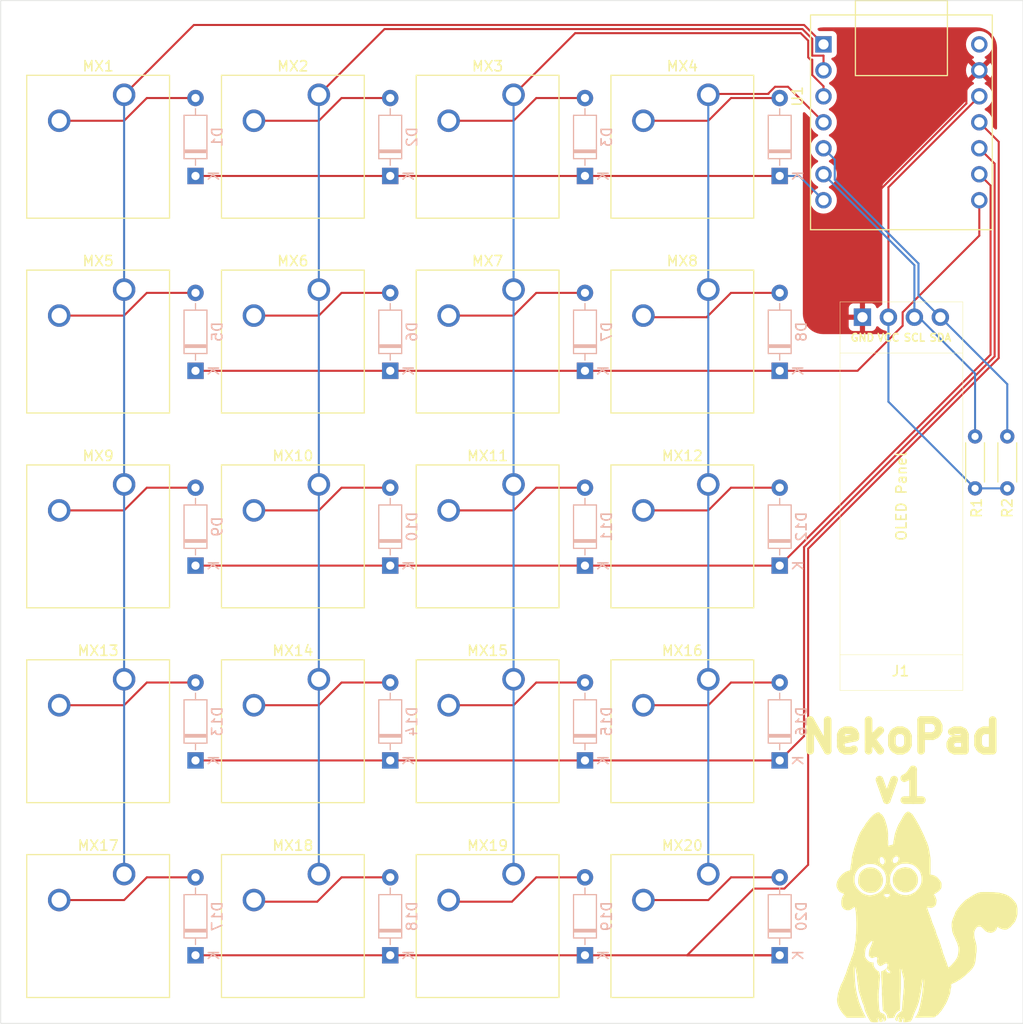
<source format=kicad_pcb>
(kicad_pcb (version 20240108) (generator "pcbnew") (generator_version "8.0")
  (layers (0 "F.Cu" jumper) (31 "B.Cu" signal) (34 "B.Paste" user) (35 "F.Paste" user) (36 "B.SilkS" user "B.Silkscreen") (37 "F.SilkS" user "F.Silkscreen") (38 "B.Mask" user) (39 "F.Mask" user) (44 "Edge.Cuts" user))
  (net 0 "")
  (net 1 "Net-(D1-A)")
  (net 2 "R0")
  (net 3 "Net-(D2-A)")
  (net 4 "Net-(D3-A)")
  (net 5 "Net-(D4-A)")
  (net 6 "R1")
  (net 7 "Net-(D5-A)")
  (net 8 "Net-(D6-A)")
  (net 9 "Net-(D7-A)")
  (net 10 "Net-(D8-A)")
  (net 11 "Net-(D9-A)")
  (net 12 "R2")
  (net 13 "Net-(D10-A)")
  (net 14 "Net-(D11-A)")
  (net 15 "Net-(D12-A)")
  (net 16 "R3")
  (net 17 "Net-(D13-A)")
  (net 18 "Net-(D14-A)")
  (net 19 "Net-(D15-A)")
  (net 20 "Net-(D16-A)")
  (net 21 "Net-(D17-A)")
  (net 22 "R4")
  (net 23 "Net-(D18-A)")
  (net 24 "Net-(D19-A)")
  (net 25 "Net-(D20-A)")
  (net 26 "C0")
  (net 27 "C1")
  (net 28 "C2")
  (net 29 "C3")
  (net 30 "SCL")
  (net 31 "SDA")
  (net 32 "+3V3")
  (net 33 "GND")
  (net 34 "unconnected-(U1-5V-Pad14)")
  (footprint "Button_Switch_Keyboard:SW_Cherry_MX_1.00u_PCB" (layer "F.Cu") (at 159.7025 118.745)
    (property "Reference" "MX15" (at -2.54 -2.794 0) (layer "F.SilkS"))
    (property "Value" "MX_SW_solder")
    (pad "" np_thru_hole circle (at -7.62 5.08) (size 1.7 1.7) (drill 1.7) (layers "*.Cu" "*.Mask"))
    (pad "" np_thru_hole circle (at -2.54 5.08) (size 4 4) (drill 4) (layers "*.Cu" "*.Mask"))
    (pad "" np_thru_hole circle (at 2.54 5.08) (size 1.7 1.7) (drill 1.7) (layers "*.Cu" "*.Mask"))
    (pad "1" thru_hole circle (at 0 0) (size 2.2 2.2) (drill 1.5) (layers "*.Cu" "*.Mask") (net 28 "C2"))
    (pad "2" thru_hole circle (at -6.35 2.54) (size 2.2 2.2) (drill 1.5) (layers "*.Cu" "*.Mask") (net 19 "Net-(D15-A)"))
  )
  (footprint "Button_Switch_Keyboard:SW_Cherry_MX_1.00u_PCB" (layer "F.Cu") (at 121.6025 80.645)
    (property "Reference" "MX5" (at -2.54 -2.794 0) (layer "F.SilkS"))
    (property "Value" "MX_SW_solder")
    (pad "" np_thru_hole circle (at -7.62 5.08) (size 1.7 1.7) (drill 1.7) (layers "*.Cu" "*.Mask"))
    (pad "" np_thru_hole circle (at -2.54 5.08) (size 4 4) (drill 4) (layers "*.Cu" "*.Mask"))
    (pad "" np_thru_hole circle (at 2.54 5.08) (size 1.7 1.7) (drill 1.7) (layers "*.Cu" "*.Mask"))
    (pad "1" thru_hole circle (at 0 0) (size 2.2 2.2) (drill 1.5) (layers "*.Cu" "*.Mask") (net 26 "C0"))
    (pad "2" thru_hole circle (at -6.35 2.54) (size 2.2 2.2) (drill 1.5) (layers "*.Cu" "*.Mask") (net 7 "Net-(D5-A)"))
  )
  (footprint "Button_Switch_Keyboard:SW_Cherry_MX_1.00u_PCB" (layer "F.Cu") (at 140.6525 137.795)
    (property "Reference" "MX18" (at -2.54 -2.794 0) (layer "F.SilkS"))
    (property "Value" "MX_SW_solder")
    (pad "" np_thru_hole circle (at -7.62 5.08) (size 1.7 1.7) (drill 1.7) (layers "*.Cu" "*.Mask"))
    (pad "" np_thru_hole circle (at -2.54 5.08) (size 4 4) (drill 4) (layers "*.Cu" "*.Mask"))
    (pad "" np_thru_hole circle (at 2.54 5.08) (size 1.7 1.7) (drill 1.7) (layers "*.Cu" "*.Mask"))
    (pad "1" thru_hole circle (at 0 0) (size 2.2 2.2) (drill 1.5) (layers "*.Cu" "*.Mask") (net 27 "C1"))
    (pad "2" thru_hole circle (at -6.35 2.54) (size 2.2 2.2) (drill 1.5) (layers "*.Cu" "*.Mask") (net 23 "Net-(D18-A)"))
  )
  (footprint "Button_Switch_Keyboard:SW_Cherry_MX_1.00u_PCB" (layer "F.Cu") (at 178.7525 137.795)
    (property "Reference" "MX20" (at -2.54 -2.794 0) (layer "F.SilkS"))
    (property "Value" "MX_SW_solder")
    (pad "" np_thru_hole circle (at -7.62 5.08) (size 1.7 1.7) (drill 1.7) (layers "*.Cu" "*.Mask"))
    (pad "" np_thru_hole circle (at -2.54 5.08) (size 4 4) (drill 4) (layers "*.Cu" "*.Mask"))
    (pad "" np_thru_hole circle (at 2.54 5.08) (size 1.7 1.7) (drill 1.7) (layers "*.Cu" "*.Mask"))
    (pad "1" thru_hole circle (at 0 0) (size 2.2 2.2) (drill 1.5) (layers "*.Cu" "*.Mask") (net 29 "C3"))
    (pad "2" thru_hole circle (at -6.35 2.54) (size 2.2 2.2) (drill 1.5) (layers "*.Cu" "*.Mask") (net 25 "Net-(D20-A)"))
  )
  (footprint "Button_Switch_Keyboard:SW_Cherry_MX_1.00u_PCB" (layer "F.Cu") (at 140.6525 118.745)
    (property "Reference" "MX14" (at -2.54 -2.794 0) (layer "F.SilkS"))
    (property "Value" "MX_SW_solder")
    (pad "" np_thru_hole circle (at -7.62 5.08) (size 1.7 1.7) (drill 1.7) (layers "*.Cu" "*.Mask"))
    (pad "" np_thru_hole circle (at -2.54 5.08) (size 4 4) (drill 4) (layers "*.Cu" "*.Mask"))
    (pad "" np_thru_hole circle (at 2.54 5.08) (size 1.7 1.7) (drill 1.7) (layers "*.Cu" "*.Mask"))
    (pad "1" thru_hole circle (at 0 0) (size 2.2 2.2) (drill 1.5) (layers "*.Cu" "*.Mask") (net 27 "C1"))
    (pad "2" thru_hole circle (at -6.35 2.54) (size 2.2 2.2) (drill 1.5) (layers "*.Cu" "*.Mask") (net 18 "Net-(D14-A)"))
  )
  (footprint "Button_Switch_Keyboard:SW_Cherry_MX_1.00u_PCB" (layer "F.Cu") (at 159.7025 61.595)
    (property "Reference" "MX3" (at -2.54 -2.794 0) (layer "F.SilkS"))
    (property "Value" "MX_SW_solder")
    (pad "" np_thru_hole circle (at -7.62 5.08) (size 1.7 1.7) (drill 1.7) (layers "*.Cu" "*.Mask"))
    (pad "" np_thru_hole circle (at -2.54 5.08) (size 4 4) (drill 4) (layers "*.Cu" "*.Mask"))
    (pad "" np_thru_hole circle (at 2.54 5.08) (size 1.7 1.7) (drill 1.7) (layers "*.Cu" "*.Mask"))
    (pad "1" thru_hole circle (at 0 0) (size 2.2 2.2) (drill 1.5) (layers "*.Cu" "*.Mask") (net 28 "C2"))
    (pad "2" thru_hole circle (at -6.35 2.54) (size 2.2 2.2) (drill 1.5) (layers "*.Cu" "*.Mask") (net 4 "Net-(D3-A)"))
  )
  (footprint "Misc_Custom:var2" (layer "F.Cu") (at 200 142)
    (property "Reference" "G***" (hide yes))
    (property "Value" "LOGO" (hide yes))
  )
  (footprint "Button_Switch_Keyboard:SW_Cherry_MX_1.00u_PCB" (layer "F.Cu") (at 140.6525 61.595)
    (property "Reference" "MX2" (at -2.54 -2.794 0) (layer "F.SilkS"))
    (property "Value" "MX_SW_solder")
    (pad "" np_thru_hole circle (at -7.62 5.08) (size 1.7 1.7) (drill 1.7) (layers "*.Cu" "*.Mask"))
    (pad "" np_thru_hole circle (at -2.54 5.08) (size 4 4) (drill 4) (layers "*.Cu" "*.Mask"))
    (pad "" np_thru_hole circle (at 2.54 5.08) (size 1.7 1.7) (drill 1.7) (layers "*.Cu" "*.Mask"))
    (pad "1" thru_hole circle (at 0 0) (size 2.2 2.2) (drill 1.5) (layers "*.Cu" "*.Mask") (net 27 "C1"))
    (pad "2" thru_hole circle (at -6.35 2.54) (size 2.2 2.2) (drill 1.5) (layers "*.Cu" "*.Mask") (net 3 "Net-(D2-A)"))
  )
  (footprint "Button_Switch_Keyboard:SW_Cherry_MX_1.00u_PCB" (layer "F.Cu") (at 121.6025 118.745)
    (property "Reference" "MX13" (at -2.54 -2.794 0) (layer "F.SilkS"))
    (property "Value" "MX_SW_solder")
    (pad "" np_thru_hole circle (at -7.62 5.08) (size 1.7 1.7) (drill 1.7) (layers "*.Cu" "*.Mask"))
    (pad "" np_thru_hole circle (at -2.54 5.08) (size 4 4) (drill 4) (layers "*.Cu" "*.Mask"))
    (pad "" np_thru_hole circle (at 2.54 5.08) (size 1.7 1.7) (drill 1.7) (layers "*.Cu" "*.Mask"))
    (pad "1" thru_hole circle (at 0 0) (size 2.2 2.2) (drill 1.5) (layers "*.Cu" "*.Mask") (net 26 "C0"))
    (pad "2" thru_hole circle (at -6.35 2.54) (size 2.2 2.2) (drill 1.5) (layers "*.Cu" "*.Mask") (net 17 "Net-(D13-A)"))
  )
  (footprint "Button_Switch_Keyboard:SW_Cherry_MX_1.00u_PCB" (layer "F.Cu") (at 140.6525 80.645)
    (property "Reference" "MX6" (at -2.54 -2.794 0) (layer "F.SilkS"))
    (property "Value" "MX_SW_solder")
    (pad "" np_thru_hole circle (at -7.62 5.08) (size 1.7 1.7) (drill 1.7) (layers "*.Cu" "*.Mask"))
    (pad "" np_thru_hole circle (at -2.54 5.08) (size 4 4) (drill 4) (layers "*.Cu" "*.Mask"))
    (pad "" np_thru_hole circle (at 2.54 5.08) (size 1.7 1.7) (drill 1.7) (layers "*.Cu" "*.Mask"))
    (pad "1" thru_hole circle (at 0 0) (size 2.2 2.2) (drill 1.5) (layers "*.Cu" "*.Mask") (net 27 "C1"))
    (pad "2" thru_hole circle (at -6.35 2.54) (size 2.2 2.2) (drill 1.5) (layers "*.Cu" "*.Mask") (net 8 "Net-(D6-A)"))
  )
  (footprint "Resistor_THT:R_Axial_DIN0204_L3.6mm_D1.6mm_P5.08mm_Horizontal" (layer "F.Cu") (at 204.85 100.08 90)
    (property "Reference" "R1" (at -1.92 0.15 90) (layer "F.SilkS"))
    (property "Value" "4.7kΩ")
    (pad "1" thru_hole circle (at 0 0 90) (size 1.4 1.4) (drill 0.7) (layers "*.Cu" "*.Mask") (net 32 "+3V3"))
    (pad "2" thru_hole oval (at 5.08 0 90) (size 1.4 1.4) (drill 0.7) (layers "*.Cu" "*.Mask") (net 30 "SCL"))
  )
  (footprint "Button_Switch_Keyboard:SW_Cherry_MX_1.00u_PCB" (layer "F.Cu") (at 178.7525 61.595)
    (property "Reference" "MX4" (at -2.54 -2.794 0) (layer "F.SilkS"))
    (property "Value" "MX_SW_solder")
    (pad "" np_thru_hole circle (at -7.62 5.08) (size 1.7 1.7) (drill 1.7) (layers "*.Cu" "*.Mask"))
    (pad "" np_thru_hole circle (at -2.54 5.08) (size 4 4) (drill 4) (layers "*.Cu" "*.Mask"))
    (pad "" np_thru_hole circle (at 2.54 5.08) (size 1.7 1.7) (drill 1.7) (layers "*.Cu" "*.Mask"))
    (pad "1" thru_hole circle (at 0 0) (size 2.2 2.2) (drill 1.5) (layers "*.Cu" "*.Mask") (net 29 "C3"))
    (pad "2" thru_hole circle (at -6.35 2.54) (size 2.2 2.2) (drill 1.5) (layers "*.Cu" "*.Mask") (net 5 "Net-(D4-A)"))
  )
  (footprint "Button_Switch_Keyboard:SW_Cherry_MX_1.00u_PCB" (layer "F.Cu") (at 159.7025 137.795)
    (property "Reference" "MX19" (at -2.54 -2.794 0) (layer "F.SilkS"))
    (property "Value" "MX_SW_solder")
    (pad "" np_thru_hole circle (at -7.62 5.08) (size 1.7 1.7) (drill 1.7) (layers "*.Cu" "*.Mask"))
    (pad "" np_thru_hole circle (at -2.54 5.08) (size 4 4) (drill 4) (layers "*.Cu" "*.Mask"))
    (pad "" np_thru_hole circle (at 2.54 5.08) (size 1.7 1.7) (drill 1.7) (layers "*.Cu" "*.Mask"))
    (pad "1" thru_hole circle (at 0 0) (size 2.2 2.2) (drill 1.5) (layers "*.Cu" "*.Mask") (net 28 "C2"))
    (pad "2" thru_hole circle (at -6.35 2.54) (size 2.2 2.2) (drill 1.5) (layers "*.Cu" "*.Mask") (net 24 "Net-(D19-A)"))
  )
  (footprint "Button_Switch_Keyboard:SW_Cherry_MX_1.00u_PCB" (layer "F.Cu") (at 140.6525 99.695)
    (property "Reference" "MX10" (at -2.54 -2.794 0) (layer "F.SilkS"))
    (property "Value" "MX_SW_solder")
    (pad "" np_thru_hole circle (at -7.62 5.08) (size 1.7 1.7) (drill 1.7) (layers "*.Cu" "*.Mask"))
    (pad "" np_thru_hole circle (at -2.54 5.08) (size 4 4) (drill 4) (layers "*.Cu" "*.Mask"))
    (pad "" np_thru_hole circle (at 2.54 5.08) (size 1.7 1.7) (drill 1.7) (layers "*.Cu" "*.Mask"))
    (pad "1" thru_hole circle (at 0 0) (size 2.2 2.2) (drill 1.5) (layers "*.Cu" "*.Mask") (net 27 "C1"))
    (pad "2" thru_hole circle (at -6.35 2.54) (size 2.2 2.2) (drill 1.5) (layers "*.Cu" "*.Mask") (net 13 "Net-(D10-A)"))
  )
  (footprint "Button_Switch_Keyboard:SW_Cherry_MX_1.00u_PCB" (layer "F.Cu") (at 178.7525 99.695)
    (property "Reference" "MX12" (at -2.54 -2.794 0) (layer "F.SilkS"))
    (property "Value" "MX_SW_solder")
    (pad "" np_thru_hole circle (at -7.62 5.08) (size 1.7 1.7) (drill 1.7) (layers "*.Cu" "*.Mask"))
    (pad "" np_thru_hole circle (at -2.54 5.08) (size 4 4) (drill 4) (layers "*.Cu" "*.Mask"))
    (pad "" np_thru_hole circle (at 2.54 5.08) (size 1.7 1.7) (drill 1.7) (layers "*.Cu" "*.Mask"))
    (pad "1" thru_hole circle (at 0 0) (size 2.2 2.2) (drill 1.5) (layers "*.Cu" "*.Mask") (net 29 "C3"))
    (pad "2" thru_hole circle (at -6.35 2.54) (size 2.2 2.2) (drill 1.5) (layers "*.Cu" "*.Mask") (net 15 "Net-(D12-A)"))
  )
  (footprint "Button_Switch_Keyboard:SW_Cherry_MX_1.00u_PCB" (layer "F.Cu") (at 159.7025 99.695)
    (property "Reference" "MX11" (at -2.54 -2.794 0) (layer "F.SilkS"))
    (property "Value" "MX_SW_solder")
    (pad "" np_thru_hole circle (at -7.62 5.08) (size 1.7 1.7) (drill 1.7) (layers "*.Cu" "*.Mask"))
    (pad "" np_thru_hole circle (at -2.54 5.08) (size 4 4) (drill 4) (layers "*.Cu" "*.Mask"))
    (pad "" np_thru_hole circle (at 2.54 5.08) (size 1.7 1.7) (drill 1.7) (layers "*.Cu" "*.Mask"))
    (pad "1" thru_hole circle (at 0 0) (size 2.2 2.2) (drill 1.5) (layers "*.Cu" "*.Mask") (net 28 "C2"))
    (pad "2" thru_hole circle (at -6.35 2.54) (size 2.2 2.2) (drill 1.5) (layers "*.Cu" "*.Mask") (net 14 "Net-(D11-A)"))
  )
  (footprint "Misc_Custom:SSD1306-0.91-OLED-4pin-128x32" (layer "F.Cu") (at 191.64375 119.84375 90)
    (property "Reference" "J1" (at 1.9 5.91 0) (layer "F.SilkS"))
    (property "Value" "Conn_01x04")
    (fp_text user "SDA" (at 34.5 9.81 0) (layer "F.SilkS") (effects (font (size 0.75 0.75))))
    (fp_text user "OLED Panel" (at 19 6 90) (layer "F.SilkS"))
    (fp_text user "SCL" (at 34.5 7.27 0) (layer "F.SilkS") (effects (font (size 0.75 0.75))))
    (fp_text user "GND" (at 34.5 2.19 0) (layer "F.SilkS") (effects (font (size 0.75 0.75))))
    (fp_text user "VCC" (at 34.5 4.73 0) (layer "F.SilkS") (effects (font (size 0.75 0.75))))
    (pad "1" thru_hole rect (at 36.5 2.19 90) (size 1.7 1.7) (drill 1) (layers "*.Cu" "*.Mask") (net 33 "GND"))
    (pad "2" thru_hole oval (at 36.5 4.73 90) (size 1.7 1.7) (drill 1) (layers "*.Cu" "*.Mask") (net 32 "+3V3"))
    (pad "3" thru_hole oval (at 36.5 7.27 90) (size 1.7 1.7) (drill 1) (layers "*.Cu" "*.Mask") (net 30 "SCL"))
    (pad "4" thru_hole oval (at 36.5 9.81 90) (size 1.7 1.7) (drill 1) (layers "*.Cu" "*.Mask") (net 31 "SDA"))
  )
  (footprint "Resistor_THT:R_Axial_DIN0204_L3.6mm_D1.6mm_P5.08mm_Horizontal" (layer "F.Cu") (at 208 100.08 90)
    (property "Reference" "R2" (at -1.92 0 90) (layer "F.SilkS"))
    (property "Value" "4.7kΩ")
    (pad "1" thru_hole circle (at 0 0 90) (size 1.4 1.4) (drill 0.7) (layers "*.Cu" "*.Mask") (net 32 "+3V3"))
    (pad "2" thru_hole oval (at 5.08 0 90) (size 1.4 1.4) (drill 0.7) (layers "*.Cu" "*.Mask") (net 31 "SDA"))
  )
  (footprint "Button_Switch_Keyboard:SW_Cherry_MX_1.00u_PCB" (layer "F.Cu") (at 178.7525 118.745)
    (property "Reference" "MX16" (at -2.54 -2.794 0) (layer "F.SilkS"))
    (property "Value" "MX_SW_solder")
    (pad "" np_thru_hole circle (at -7.62 5.08) (size 1.7 1.7) (drill 1.7) (layers "*.Cu" "*.Mask"))
    (pad "" np_thru_hole circle (at -2.54 5.08) (size 4 4) (drill 4) (layers "*.Cu" "*.Mask"))
    (pad "" np_thru_hole circle (at 2.54 5.08) (size 1.7 1.7) (drill 1.7) (layers "*.Cu" "*.Mask"))
    (pad "1" thru_hole circle (at 0 0) (size 2.2 2.2) (drill 1.5) (layers "*.Cu" "*.Mask") (net 29 "C3"))
    (pad "2" thru_hole circle (at -6.35 2.54) (size 2.2 2.2) (drill 1.5) (layers "*.Cu" "*.Mask") (net 20 "Net-(D16-A)"))
  )
  (footprint "Button_Switch_Keyboard:SW_Cherry_MX_1.00u_PCB" (layer "F.Cu") (at 159.7025 80.645)
    (property "Reference" "MX7" (at -2.54 -2.794 0) (layer "F.SilkS"))
    (property "Value" "MX_SW_solder")
    (pad "" np_thru_hole circle (at -7.62 5.08) (size 1.7 1.7) (drill 1.7) (layers "*.Cu" "*.Mask"))
    (pad "" np_thru_hole circle (at -2.54 5.08) (size 4 4) (drill 4) (layers "*.Cu" "*.Mask"))
    (pad "" np_thru_hole circle (at 2.54 5.08) (size 1.7 1.7) (drill 1.7) (layers "*.Cu" "*.Mask"))
    (pad "1" thru_hole circle (at 0 0) (size 2.2 2.2) (drill 1.5) (layers "*.Cu" "*.Mask") (net 28 "C2"))
    (pad "2" thru_hole circle (at -6.35 2.54) (size 2.2 2.2) (drill 1.5) (layers "*.Cu" "*.Mask") (net 9 "Net-(D7-A)"))
  )
  (footprint "Button_Switch_Keyboard:SW_Cherry_MX_1.00u_PCB" (layer "F.Cu") (at 121.6025 137.795)
    (property "Reference" "MX17" (at -2.54 -2.794 0) (layer "F.SilkS"))
    (property "Value" "MX_SW_solder")
    (pad "" np_thru_hole circle (at -7.62 5.08) (size 1.7 1.7) (drill 1.7) (layers "*.Cu" "*.Mask"))
    (pad "" np_thru_hole circle (at -2.54 5.08) (size 4 4) (drill 4) (layers "*.Cu" "*.Mask"))
    (pad "" np_thru_hole circle (at 2.54 5.08) (size 1.7 1.7) (drill 1.7) (layers "*.Cu" "*.Mask"))
    (pad "1" thru_hole circle (at 0 0) (size 2.2 2.2) (drill 1.5) (layers "*.Cu" "*.Mask") (net 26 "C0"))
    (pad "2" thru_hole circle (at -6.35 2.54) (size 2.2 2.2) (drill 1.5) (layers "*.Cu" "*.Mask") (net 21 "Net-(D17-A)"))
  )
  (footprint "Button_Switch_Keyboard:SW_Cherry_MX_1.00u_PCB" (layer "F.Cu") (at 178.7525 80.645)
    (property "Reference" "MX8" (at -2.54 -2.794 0) (layer "F.SilkS"))
    (property "Value" "MX_SW_solder")
    (pad "" np_thru_hole circle (at -7.62 5.08) (size 1.7 1.7) (drill 1.7) (layers "*.Cu" "*.Mask"))
    (pad "" np_thru_hole circle (at -2.54 5.08) (size 4 4) (drill 4) (layers "*.Cu" "*.Mask"))
    (pad "" np_thru_hole circle (at 2.54 5.08) (size 1.7 1.7) (drill 1.7) (layers "*.Cu" "*.Mask"))
    (pad "1" thru_hole circle (at 0 0) (size 2.2 2.2) (drill 1.5) (layers "*.Cu" "*.Mask") (net 29 "C3"))
    (pad "2" thru_hole circle (at -6.35 2.54) (size 2.2 2.2) (drill 1.5) (layers "*.Cu" "*.Mask") (net 10 "Net-(D8-A)"))
  )
  (footprint "XIAO_PCB:MOUDLE14P-2.54-21X17.8MM" (layer "F.Cu") (at 197.64375 64.2875 90)
    (property "Reference" "U1" (at 2.54 -10.16 90) (layer "F.SilkS"))
    (property "Value" "MOUDLE-SEEEDUINO-XIAO")
    (pad "1" thru_hole rect (at 7.62 -7.62 90) (size 1.6 1.6) (drill 1) (layers "*.Cu" "*.Mask") (net 26 "C0"))
    (pad "2" thru_hole circle (at 5.08 -7.62 90) (size 1.6 1.6) (drill 1) (layers "*.Cu" "*.Mask") (net 27 "C1"))
    (pad "3" thru_hole circle (at 2.54 -7.62 90) (size 1.6 1.6) (drill 1) (layers "*.Cu" "*.Mask") (net 28 "C2"))
    (pad "4" thru_hole circle (at 0 -7.62 90) (size 1.6 1.6) (drill 1) (layers "*.Cu" "*.Mask") (net 29 "C3"))
    (pad "5" thru_hole circle (at -2.54 -7.62 90) (size 1.6 1.6) (drill 1) (layers "*.Cu" "*.Mask") (net 31 "SDA"))
    (pad "6" thru_hole circle (at -5.08 -7.62 90) (size 1.6 1.6) (drill 1) (layers "*.Cu" "*.Mask") (net 30 "SCL"))
    (pad "7" thru_hole circle (at -7.62 -7.62 90) (size 1.6 1.6) (drill 1) (layers "*.Cu" "*.Mask") (net 2 "R0"))
    (pad "8" thru_hole circle (at -7.62 7.62 90) (size 1.6 1.6) (drill 1) (layers "*.Cu" "*.Mask") (net 6 "R1"))
    (pad "9" thru_hole circle (at -5.08 7.62 90) (size 1.6 1.6) (drill 1) (layers "*.Cu" "*.Mask") (net 12 "R2"))
    (pad "10" thru_hole circle (at -2.54 7.62 90) (size 1.6 1.6) (drill 1) (layers "*.Cu" "*.Mask") (net 16 "R3"))
    (pad "11" thru_hole circle (at 0 7.62 90) (size 1.6 1.6) (drill 1) (layers "*.Cu" "*.Mask") (net 22 "R4"))
    (pad "12" thru_hole circle (at 2.54 7.62 90) (size 1.6 1.6) (drill 1) (layers "*.Cu" "*.Mask") (net 32 "+3V3"))
    (pad "13" thru_hole circle (at 5.08 7.62 90) (size 1.6 1.6) (drill 1) (layers "*.Cu" "*.Mask") (net 33 "GND"))
    (pad "14" thru_hole circle (at 7.62 7.62 90) (size 1.6 1.6) (drill 1) (layers "*.Cu" "*.Mask") (net 34 "unconnected-(U1-5V-Pad14)"))
  )
  (footprint "Button_Switch_Keyboard:SW_Cherry_MX_1.00u_PCB" (layer "F.Cu") (at 121.6025 61.595)
    (property "Reference" "MX1" (at -2.54 -2.794 0) (layer "F.SilkS"))
    (property "Value" "MX_SW_solder")
    (pad "" np_thru_hole circle (at -7.62 5.08) (size 1.7 1.7) (drill 1.7) (layers "*.Cu" "*.Mask"))
    (pad "" np_thru_hole circle (at -2.54 5.08) (size 4 4) (drill 4) (layers "*.Cu" "*.Mask"))
    (pad "" np_thru_hole circle (at 2.54 5.08) (size 1.7 1.7) (drill 1.7) (layers "*.Cu" "*.Mask"))
    (pad "1" thru_hole circle (at 0 0) (size 2.2 2.2) (drill 1.5) (layers "*.Cu" "*.Mask") (net 26 "C0"))
    (pad "2" thru_hole circle (at -6.35 2.54) (size 2.2 2.2) (drill 1.5) (layers "*.Cu" "*.Mask") (net 1 "Net-(D1-A)"))
  )
  (footprint "Button_Switch_Keyboard:SW_Cherry_MX_1.00u_PCB" (layer "F.Cu") (at 121.6025 99.695)
    (property "Reference" "MX9" (at -2.54 -2.794 0) (layer "F.SilkS"))
    (property "Value" "MX_SW_solder")
    (pad "" np_thru_hole circle (at -7.62 5.08) (size 1.7 1.7) (drill 1.7) (layers "*.Cu" "*.Mask"))
    (pad "" np_thru_hole circle (at -2.54 5.08) (size 4 4) (drill 4) (layers "*.Cu" "*.Mask"))
    (pad "" np_thru_hole circle (at 2.54 5.08) (size 1.7 1.7) (drill 1.7) (layers "*.Cu" "*.Mask"))
    (pad "1" thru_hole circle (at 0 0) (size 2.2 2.2) (drill 1.5) (layers "*.Cu" "*.Mask") (net 26 "C0"))
    (pad "2" thru_hole circle (at -6.35 2.54) (size 2.2 2.2) (drill 1.5) (layers "*.Cu" "*.Mask") (net 11 "Net-(D9-A)"))
  )
  (footprint "Diode_THT:D_DO-35_SOD27_P7.62mm_Horizontal" (layer "B.Cu") (at 147.6375 107.6325 90)
    (property "Reference" "D10" (at 3.81 2.12 90) (layer "B.SilkS") (effects (justify mirror)))
    (property "Value" "1N4148")
    (fp_text user "K" (at 0 1.8 90) (layer "B.SilkS") (effects (justify mirror)))
    (pad "1" thru_hole rect (at 0 0 90) (size 1.6 1.6) (drill 0.8) (layers "*.Cu" "*.Mask") (net 12 "R2"))
    (pad "2" thru_hole oval (at 7.62 0 90) (size 1.6 1.6) (drill 0.8) (layers "*.Cu" "*.Mask") (net 13 "Net-(D10-A)"))
  )
  (footprint "Diode_THT:D_DO-35_SOD27_P7.62mm_Horizontal" (layer "B.Cu") (at 128.5875 69.5325 90)
    (property "Reference" "D1" (at 3.81 2.12 90) (layer "B.SilkS") (effects (justify mirror)))
    (property "Value" "1N4148")
    (fp_text user "K" (at 0 1.8 90) (layer "B.SilkS") (effects (justify mirror)))
    (pad "1" thru_hole rect (at 0 0 90) (size 1.6 1.6) (drill 0.8) (layers "*.Cu" "*.Mask") (net 2 "R0"))
    (pad "2" thru_hole oval (at 7.62 0 90) (size 1.6 1.6) (drill 0.8) (layers "*.Cu" "*.Mask") (net 1 "Net-(D1-A)"))
  )
  (footprint "Diode_THT:D_DO-35_SOD27_P7.62mm_Horizontal" (layer "B.Cu") (at 166.6875 145.7325 90)
    (property "Reference" "D19" (at 3.81 2.12 90) (layer "B.SilkS") (effects (justify mirror)))
    (property "Value" "1N4148")
    (fp_text user "K" (at 0 1.8 90) (layer "B.SilkS") (effects (justify mirror)))
    (pad "1" thru_hole rect (at 0 0 90) (size 1.6 1.6) (drill 0.8) (layers "*.Cu" "*.Mask") (net 22 "R4"))
    (pad "2" thru_hole oval (at 7.62 0 90) (size 1.6 1.6) (drill 0.8) (layers "*.Cu" "*.Mask") (net 24 "Net-(D19-A)"))
  )
  (footprint "Diode_THT:D_DO-35_SOD27_P7.62mm_Horizontal" (layer "B.Cu") (at 128.5875 126.6825 90)
    (property "Reference" "D13" (at 3.81 2.12 90) (layer "B.SilkS") (effects (justify mirror)))
    (property "Value" "1N4148")
    (fp_text user "K" (at 0 1.8 90) (layer "B.SilkS") (effects (justify mirror)))
    (pad "1" thru_hole rect (at 0 0 90) (size 1.6 1.6) (drill 0.8) (layers "*.Cu" "*.Mask") (net 16 "R3"))
    (pad "2" thru_hole oval (at 7.62 0 90) (size 1.6 1.6) (drill 0.8) (layers "*.Cu" "*.Mask") (net 17 "Net-(D13-A)"))
  )
  (footprint "Diode_THT:D_DO-35_SOD27_P7.62mm_Horizontal" (layer "B.Cu") (at 147.6375 145.7325 90)
    (property "Reference" "D18" (at 3.81 2.12 90) (layer "B.SilkS") (effects (justify mirror)))
    (property "Value" "1N4148")
    (fp_text user "K" (at 0 1.8 90) (layer "B.SilkS") (effects (justify mirror)))
    (pad "1" thru_hole rect (at 0 0 90) (size 1.6 1.6) (drill 0.8) (layers "*.Cu" "*.Mask") (net 22 "R4"))
    (pad "2" thru_hole oval (at 7.62 0 90) (size 1.6 1.6) (drill 0.8) (layers "*.Cu" "*.Mask") (net 23 "Net-(D18-A)"))
  )
  (footprint "Diode_THT:D_DO-35_SOD27_P7.62mm_Horizontal" (layer "B.Cu") (at 147.6375 69.5325 90)
    (property "Reference" "D2" (at 3.81 2.12 90) (layer "B.SilkS") (effects (justify mirror)))
    (property "Value" "1N4148")
    (fp_text user "K" (at 0 1.8 90) (layer "B.SilkS") (effects (justify mirror)))
    (pad "1" thru_hole rect (at 0 0 90) (size 1.6 1.6) (drill 0.8) (layers "*.Cu" "*.Mask") (net 2 "R0"))
    (pad "2" thru_hole oval (at 7.62 0 90) (size 1.6 1.6) (drill 0.8) (layers "*.Cu" "*.Mask") (net 3 "Net-(D2-A)"))
  )
  (footprint "Diode_THT:D_DO-35_SOD27_P7.62mm_Horizontal" (layer "B.Cu") (at 166.6875 107.6325 90)
    (property "Reference" "D11" (at 3.81 2.12 90) (layer "B.SilkS") (effects (justify mirror)))
    (property "Value" "1N4148" (hide yes))
    (fp_text user "K" (at 0 1.8 90) (layer "B.SilkS") (effects (justify mirror)))
    (pad "1" thru_hole rect (at 0 0 90) (size 1.6 1.6) (drill 0.8) (layers "*.Cu" "*.Mask") (net 12 "R2"))
    (pad "2" thru_hole oval (at 7.62 0 90) (size 1.6 1.6) (drill 0.8) (layers "*.Cu" "*.Mask") (net 14 "Net-(D11-A)"))
  )
  (footprint "Diode_THT:D_DO-35_SOD27_P7.62mm_Horizontal" (layer "B.Cu") (at 166.6875 69.5325 90)
    (property "Reference" "D3" (at 3.81 2.12 90) (layer "B.SilkS") (effects (justify mirror)))
    (property "Value" "1N4148")
    (fp_text user "K" (at 0 1.8 90) (layer "B.SilkS") (effects (justify mirror)))
    (pad "1" thru_hole rect (at 0 0 90) (size 1.6 1.6) (drill 0.8) (layers "*.Cu" "*.Mask") (net 2 "R0"))
    (pad "2" thru_hole oval (at 7.62 0 90) (size 1.6 1.6) (drill 0.8) (layers "*.Cu" "*.Mask") (net 4 "Net-(D3-A)"))
  )
  (footprint "Diode_THT:D_DO-35_SOD27_P7.62mm_Horizontal" (layer "B.Cu") (at 128.5875 145.7325 90)
    (property "Reference" "D17" (at 3.81 2.12 90) (layer "B.SilkS") (effects (justify mirror)))
    (property "Value" "1N4148")
    (fp_text user "K" (at 0 1.8 90) (layer "B.SilkS") (effects (justify mirror)))
    (pad "1" thru_hole rect (at 0 0 90) (size 1.6 1.6) (drill 0.8) (layers "*.Cu" "*.Mask") (net 22 "R4"))
    (pad "2" thru_hole oval (at 7.62 0 90) (size 1.6 1.6) (drill 0.8) (layers "*.Cu" "*.Mask") (net 21 "Net-(D17-A)"))
  )
  (footprint "Diode_THT:D_DO-35_SOD27_P7.62mm_Horizontal" (layer "B.Cu") (at 185.7375 126.6825 90)
    (property "Reference" "D16" (at 3.81 2.12 90) (layer "B.SilkS") (effects (justify mirror)))
    (property "Value" "1N4148")
    (fp_text user "K" (at 0 1.8 90) (layer "B.SilkS") (effects (justify mirror)))
    (pad "1" thru_hole rect (at 0 0 90) (size 1.6 1.6) (drill 0.8) (layers "*.Cu" "*.Mask") (net 16 "R3"))
    (pad "2" thru_hole oval (at 7.62 0 90) (size 1.6 1.6) (drill 0.8) (layers "*.Cu" "*.Mask") (net 20 "Net-(D16-A)"))
  )
  (footprint "Diode_THT:D_DO-35_SOD27_P7.62mm_Horizontal" (layer "B.Cu") (at 128.5875 107.6325 90)
    (property "Reference" "D9" (at 3.81 2.12 90) (layer "B.SilkS") (effects (justify mirror)))
    (property "Value" "1N4148")
    (fp_text user "K" (at 0 1.8 90) (layer "B.SilkS") (effects (justify mirror)))
    (pad "1" thru_hole rect (at 0 0 90) (size 1.6 1.6) (drill 0.8) (layers "*.Cu" "*.Mask") (net 12 "R2"))
    (pad "2" thru_hole oval (at 7.62 0 90) (size 1.6 1.6) (drill 0.8) (layers "*.Cu" "*.Mask") (net 11 "Net-(D9-A)"))
  )
  (footprint "Diode_THT:D_DO-35_SOD27_P7.62mm_Horizontal" (layer "B.Cu") (at 185.7375 107.6325 90)
    (property "Reference" "D12" (at 3.81 2.12 90) (layer "B.SilkS") (effects (justify mirror)))
    (property "Value" "1N4148")
    (fp_text user "K" (at 0 1.8 90) (layer "B.SilkS") (effects (justify mirror)))
    (pad "1" thru_hole rect (at 0 0 90) (size 1.6 1.6) (drill 0.8) (layers "*.Cu" "*.Mask") (net 12 "R2"))
    (pad "2" thru_hole oval (at 7.62 0 90) (size 1.6 1.6) (drill 0.8) (layers "*.Cu" "*.Mask") (net 15 "Net-(D12-A)"))
  )
  (footprint "Diode_THT:D_DO-35_SOD27_P7.62mm_Horizontal" (layer "B.Cu") (at 147.6375 88.5825 90)
    (property "Reference" "D6" (at 3.81 2.12 90) (layer "B.SilkS") (effects (justify mirror)))
    (property "Value" "1N4148")
    (fp_text user "K" (at 0 1.8 90) (layer "B.SilkS") (effects (justify mirror)))
    (pad "1" thru_hole rect (at 0 0 90) (size 1.6 1.6) (drill 0.8) (layers "*.Cu" "*.Mask") (net 6 "R1"))
    (pad "2" thru_hole oval (at 7.62 0 90) (size 1.6 1.6) (drill 0.8) (layers "*.Cu" "*.Mask") (net 8 "Net-(D6-A)"))
  )
  (footprint "Diode_THT:D_DO-35_SOD27_P7.62mm_Horizontal" (layer "B.Cu") (at 166.6875 88.5825 90)
    (property "Reference" "D7" (at 3.81 2.12 90) (layer "B.SilkS") (effects (justify mirror)))
    (property "Value" "1N4148")
    (fp_text user "K" (at 0 1.8 90) (layer "B.SilkS") (effects (justify mirror)))
    (pad "1" thru_hole rect (at 0 0 90) (size 1.6 1.6) (drill 0.8) (layers "*.Cu" "*.Mask") (net 6 "R1"))
    (pad "2" thru_hole oval (at 7.62 0 90) (size 1.6 1.6) (drill 0.8) (layers "*.Cu" "*.Mask") (net 9 "Net-(D7-A)"))
  )
  (footprint "Diode_THT:D_DO-35_SOD27_P7.62mm_Horizontal" (layer "B.Cu") (at 147.6375 126.6825 90)
    (property "Reference" "D14" (at 3.81 2.12 90) (layer "B.SilkS") (effects (justify mirror)))
    (property "Value" "1N4148")
    (fp_text user "K" (at 0 1.8 90) (layer "B.SilkS") (effects (justify mirror)))
    (pad "1" thru_hole rect (at 0 0 90) (size 1.6 1.6) (drill 0.8) (layers "*.Cu" "*.Mask") (net 16 "R3"))
    (pad "2" thru_hole oval (at 7.62 0 90) (size 1.6 1.6) (drill 0.8) (layers "*.Cu" "*.Mask") (net 18 "Net-(D14-A)"))
  )
  (footprint "Diode_THT:D_DO-35_SOD27_P7.62mm_Horizontal" (layer "B.Cu") (at 185.7375 145.7325 90)
    (property "Reference" "D20" (at 3.81 2.12 90) (layer "B.SilkS") (effects (justify mirror)))
    (property "Value" "1N4148")
    (fp_text user "K" (at 0 1.8 90) (layer "B.SilkS") (effects (justify mirror)))
    (pad "1" thru_hole rect (at 0 0 90) (size 1.6 1.6) (drill 0.8) (layers "*.Cu" "*.Mask") (net 22 "R4"))
    (pad "2" thru_hole oval (at 7.62 0 90) (size 1.6 1.6) (drill 0.8) (layers "*.Cu" "*.Mask") (net 25 "Net-(D20-A)"))
  )
  (footprint "Diode_THT:D_DO-35_SOD27_P7.62mm_Horizontal" (layer "B.Cu") (at 185.7375 69.5325 90)
    (property "Reference" "D4" (hide yes))
    (property "Value" "1N4148")
    (fp_text user "K" (at 0 1.8 90) (layer "B.SilkS") (effects (justify mirror)))
    (pad "1" thru_hole rect (at 0 0 90) (size 1.6 1.6) (drill 0.8) (layers "*.Cu" "*.Mask") (net 2 "R0"))
    (pad "2" thru_hole oval (at 7.62 0 90) (size 1.6 1.6) (drill 0.8) (layers "*.Cu" "*.Mask") (net 5 "Net-(D4-A)"))
  )
  (footprint "Diode_THT:D_DO-35_SOD27_P7.62mm_Horizontal" (layer "B.Cu") (at 185.7375 88.5825 90)
    (property "Reference" "D8" (at 3.81 2.12 90) (layer "B.SilkS") (effects (justify mirror)))
    (property "Value" "1N4148")
    (fp_text user "K" (at 0 1.8 90) (layer "B.SilkS") (effects (justify mirror)))
    (pad "1" thru_hole rect (at 0 0 90) (size 1.6 1.6) (drill 0.8) (layers "*.Cu" "*.Mask") (net 6 "R1"))
    (pad "2" thru_hole oval (at 7.62 0 90) (size 1.6 1.6) (drill 0.8) (layers "*.Cu" "*.Mask") (net 10 "Net-(D8-A)"))
  )
  (footprint "Diode_THT:D_DO-35_SOD27_P7.62mm_Horizontal" (layer "B.Cu") (at 166.6875 126.6825 90)
    (property "Reference" "D15" (at 3.81 2.12 90) (layer "B.SilkS") (effects (justify mirror)))
    (property "Value" "1N4148")
    (fp_text user "K" (at 0 1.8 90) (layer "B.SilkS") (effects (justify mirror)))
    (pad "1" thru_hole rect (at 0 0 90) (size 1.6 1.6) (drill 0.8) (layers "*.Cu" "*.Mask") (net 16 "R3"))
    (pad "2" thru_hole oval (at 7.62 0 90) (size 1.6 1.6) (drill 0.8) (layers "*.Cu" "*.Mask") (net 19 "Net-(D15-A)"))
  )
  (footprint "Diode_THT:D_DO-35_SOD27_P7.62mm_Horizontal" (layer "B.Cu") (at 128.5875 88.5825 90)
    (property "Reference" "D5" (at 3.81 2.12 90) (layer "B.SilkS") (effects (justify mirror)))
    (property "Value" "1N4148")
    (fp_text user "K" (at 0 1.8 90) (layer "B.SilkS") (effects (justify mirror)))
    (pad "1" thru_hole rect (at 0 0 90) (size 1.6 1.6) (drill 0.8) (layers "*.Cu" "*.Mask") (net 6 "R1"))
    (pad "2" thru_hole oval (at 7.62 0 90) (size 1.6 1.6) (drill 0.8) (layers "*.Cu" "*.Mask") (net 7 "Net-(D5-A)"))
  )
  (gr_rect (start 109.5375 52.3875) (end 209.5375 152.3875) (stroke (width 0.05)) (fill none) (layer "Edge.Cuts"))
  (gr_text "NekoPad\nv1" (at 197.64375 130.96875 0) (layer "F.SilkS") (effects (font (size 3 3) (thickness 0.75) (bold yes)) (justify bottom)))
  (segment (start 123.825 61.9125) (end 128.5875 61.9125) (width 0.2) (layer "F.Cu") (net 1))
  (segment (start 121.6025 64.135) (end 123.825 61.9125) (width 0.2) (layer "F.Cu") (net 1))
  (segment (start 115.2525 64.135) (end 121.6025 64.135) (width 0.2) (layer "F.Cu") (net 1))
  (segment (start 128.5875 69.5325) (end 185.7375 69.5325) (width 0.2) (layer "F.Cu") (net 2))
  (segment (start 185.7375 69.5325) (end 185.7375 70.0025) (width 0.2) (layer "F.Cu") (net 2))
  (segment (start 185.7375 69.5325) (end 187.64875 69.5325) (width 0.2) (layer "B.Cu") (net 2))
  (segment (start 187.64875 69.5325) (end 190.02375 71.9075) (width 0.2) (layer "B.Cu") (net 2))
  (segment (start 140.6525 64.135) (end 142.875 61.9125) (width 0.2) (layer "F.Cu") (net 3))
  (segment (start 134.3025 64.135) (end 140.6525 64.135) (width 0.2) (layer "F.Cu") (net 3))
  (segment (start 142.875 61.9125) (end 147.6375 61.9125) (width 0.2) (layer "F.Cu") (net 3))
  (segment (start 159.7025 64.135) (end 161.925 61.9125) (width 0.2) (layer "F.Cu") (net 4))
  (segment (start 153.3525 64.135) (end 159.7025 64.135) (width 0.2) (layer "F.Cu") (net 4))
  (segment (start 161.925 61.9125) (end 166.6875 61.9125) (width 0.2) (layer "F.Cu") (net 4))
  (segment (start 180.975 61.9125) (end 185.7375 61.9125) (width 0.2) (layer "F.Cu") (net 5))
  (segment (start 172.4025 64.135) (end 178.7525 64.135) (width 0.2) (layer "F.Cu") (net 5))
  (segment (start 178.7525 64.135) (end 180.975 61.9125) (width 0.2) (layer "F.Cu") (net 5))
  (segment (start 205.26375 75.367404) (end 205.26375 71.9075) (width 0.2) (layer "F.Cu") (net 6))
  (segment (start 185.7375 88.5825) (end 193.35125 88.5825) (width 0.2) (layer "F.Cu") (net 6))
  (segment (start 197.76375 84.17) (end 197.76375 82.867404) (width 0.2) (layer "F.Cu") (net 6))
  (segment (start 197.76375 82.867404) (end 205.26375 75.367404) (width 0.2) (layer "F.Cu") (net 6))
  (segment (start 128.5875 88.5825) (end 185.7375 88.5825) (width 0.2) (layer "F.Cu") (net 6))
  (segment (start 193.35125 88.5825) (end 197.76375 84.17) (width 0.2) (layer "F.Cu") (net 6))
  (segment (start 115.2525 83.185) (end 121.6025 83.185) (width 0.2) (layer "F.Cu") (net 7))
  (segment (start 121.6025 83.185) (end 123.825 80.9625) (width 0.2) (layer "F.Cu") (net 7))
  (segment (start 123.825 80.9625) (end 128.5875 80.9625) (width 0.2) (layer "F.Cu") (net 7))
  (segment (start 134.3025 83.185) (end 140.6525 83.185) (width 0.2) (layer "F.Cu") (net 8))
  (segment (start 142.875 80.9625) (end 147.6375 80.9625) (width 0.2) (layer "F.Cu") (net 8))
  (segment (start 140.6525 83.185) (end 142.875 80.9625) (width 0.2) (layer "F.Cu") (net 8))
  (segment (start 153.3525 83.185) (end 159.7025 83.185) (width 0.2) (layer "F.Cu") (net 9))
  (segment (start 161.925 80.9625) (end 166.6875 80.9625) (width 0.2) (layer "F.Cu") (net 9))
  (segment (start 159.7025 83.185) (end 161.925 80.9625) (width 0.2) (layer "F.Cu") (net 9))
  (segment (start 178.59375 83.34375) (end 180.975 80.9625) (width 0.2) (layer "F.Cu") (net 10))
  (segment (start 172.56125 83.34375) (end 178.59375 83.34375) (width 0.2) (layer "F.Cu") (net 10))
  (segment (start 180.975 80.9625) (end 185.7375 80.9625) (width 0.2) (layer "F.Cu") (net 10))
  (segment (start 172.4025 83.185) (end 172.56125 83.34375) (width 0.2) (layer "F.Cu") (net 10))
  (segment (start 123.825 100.0125) (end 128.5875 100.0125) (width 0.2) (layer "F.Cu") (net 11))
  (segment (start 115.2525 102.235) (end 121.6025 102.235) (width 0.2) (layer "F.Cu") (net 11))
  (segment (start 121.6025 102.235) (end 123.825 100.0125) (width 0.2) (layer "F.Cu") (net 11))
  (segment (start 128.5875 107.6325) (end 185.7375 107.6325) (width 0.2) (layer "F.Cu") (net 12))
  (segment (start 185.7375 107.6325) (end 206.36375 87.00625) (width 0.2) (layer "F.Cu") (net 12))
  (segment (start 206.36375 87.00625) (end 206.36375 70.4675) (width 0.2) (layer "F.Cu") (net 12))
  (segment (start 206.36375 70.4675) (end 205.26375 69.3675) (width 0.2) (layer "F.Cu") (net 12))
  (segment (start 140.6525 102.235) (end 142.875 100.0125) (width 0.2) (layer "F.Cu") (net 13))
  (segment (start 142.875 100.0125) (end 147.6375 100.0125) (width 0.2) (layer "F.Cu") (net 13))
  (segment (start 134.3025 102.235) (end 140.6525 102.235) (width 0.2) (layer "F.Cu") (net 13))
  (segment (start 153.3525 102.235) (end 159.7025 102.235) (width 0.2) (layer "F.Cu") (net 14))
  (segment (start 161.925 100.0125) (end 166.6875 100.0125) (width 0.2) (layer "F.Cu") (net 14))
  (segment (start 159.7025 102.235) (end 161.925 100.0125) (width 0.2) (layer "F.Cu") (net 14))
  (segment (start 180.975 100.0125) (end 185.7375 100.0125) (width 0.2) (layer "F.Cu") (net 15))
  (segment (start 178.7525 102.235) (end 180.975 100.0125) (width 0.2) (layer "F.Cu") (net 15))
  (segment (start 172.4025 102.235) (end 178.7525 102.235) (width 0.2) (layer "F.Cu") (net 15))
  (segment (start 128.5875 126.6825) (end 185.7375 126.6825) (width 0.2) (layer "F.Cu") (net 16))
  (segment (start 206.76375 68.3275) (end 205.26375 66.8275) (width 0.2) (layer "F.Cu") (net 16))
  (segment (start 185.7375 126.6825) (end 188.11875 124.30125) (width 0.2) (layer "F.Cu") (net 16))
  (segment (start 188.11875 105.816936) (end 206.76375 87.171936) (width 0.2) (layer "F.Cu") (net 16))
  (segment (start 188.11875 124.30125) (end 188.11875 105.816936) (width 0.2) (layer "F.Cu") (net 16))
  (segment (start 206.76375 87.171936) (end 206.76375 68.3275) (width 0.2) (layer "F.Cu") (net 16))
  (segment (start 115.2525 121.285) (end 121.6025 121.285) (width 0.2) (layer "F.Cu") (net 17))
  (segment (start 123.825 119.0625) (end 128.5875 119.0625) (width 0.2) (layer "F.Cu") (net 17))
  (segment (start 121.6025 121.285) (end 123.825 119.0625) (width 0.2) (layer "F.Cu") (net 17))
  (segment (start 142.875 119.0625) (end 147.6375 119.0625) (width 0.2) (layer "F.Cu") (net 18))
  (segment (start 134.3025 121.285) (end 140.6525 121.285) (width 0.2) (layer "F.Cu") (net 18))
  (segment (start 140.6525 121.285) (end 142.875 119.0625) (width 0.2) (layer "F.Cu") (net 18))
  (segment (start 161.925 119.0625) (end 166.6875 119.0625) (width 0.2) (layer "F.Cu") (net 19))
  (segment (start 153.3525 121.285) (end 159.7025 121.285) (width 0.2) (layer "F.Cu") (net 19))
  (segment (start 159.7025 121.285) (end 161.925 119.0625) (width 0.2) (layer "F.Cu") (net 19))
  (segment (start 180.975 119.0625) (end 185.7375 119.0625) (width 0.2) (layer "F.Cu") (net 20))
  (segment (start 172.4025 121.285) (end 178.7525 121.285) (width 0.2) (layer "F.Cu") (net 20))
  (segment (start 178.7525 121.285) (end 180.975 119.0625) (width 0.2) (layer "F.Cu") (net 20))
  (segment (start 123.825 138.1125) (end 128.5875 138.1125) (width 0.2) (layer "F.Cu") (net 21))
  (segment (start 115.2525 140.335) (end 121.6025 140.335) (width 0.2) (layer "F.Cu") (net 21))
  (segment (start 121.6025 140.335) (end 123.825 138.1125) (width 0.2) (layer "F.Cu") (net 21))
  (segment (start 128.5875 145.7325) (end 185.7375 145.7325) (width 0.2) (layer "F.Cu") (net 22))
  (segment (start 188.51875 105.982622) (end 207.16375 87.337622) (width 0.2) (layer "F.Cu") (net 22))
  (segment (start 207.16375 87.337622) (end 207.16375 66.1875) (width 0.2) (layer "F.Cu") (net 22))
  (segment (start 186.193135 139.2125) (end 188.51875 136.886885) (width 0.2) (layer "F.Cu") (net 22))
  (segment (start 176.678402 145.7325) (end 183.198402 139.2125) (width 0.2) (layer "F.Cu") (net 22))
  (segment (start 207.16375 66.1875) (end 205.26375 64.2875) (width 0.2) (layer "F.Cu") (net 22))
  (segment (start 185.7375 145.7325) (end 176.678402 145.7325) (width 0.2) (layer "F.Cu") (net 22))
  (segment (start 188.51875 136.886885) (end 188.51875 105.982622) (width 0.2) (layer "F.Cu") (net 22))
  (segment (start 183.198402 139.2125) (end 186.193135 139.2125) (width 0.2) (layer "F.Cu") (net 22))
  (segment (start 134.46125 140.49375) (end 140.49375 140.49375) (width 0.2) (layer "F.Cu") (net 23))
  (segment (start 134.3025 140.335) (end 134.46125 140.49375) (width 0.2) (layer "F.Cu") (net 23))
  (segment (start 140.49375 140.49375) (end 142.875 138.1125) (width 0.2) (layer "F.Cu") (net 23))
  (segment (start 142.875 138.1125) (end 147.6375 138.1125) (width 0.2) (layer "F.Cu") (net 23))
  (segment (start 153.51125 140.49375) (end 159.54375 140.49375) (width 0.2) (layer "F.Cu") (net 24))
  (segment (start 161.925 138.1125) (end 166.6875 138.1125) (width 0.2) (layer "F.Cu") (net 24))
  (segment (start 153.3525 140.335) (end 153.51125 140.49375) (width 0.2) (layer "F.Cu") (net 24))
  (segment (start 159.54375 140.49375) (end 161.925 138.1125) (width 0.2) (layer "F.Cu") (net 24))
  (segment (start 178.7525 140.335) (end 180.975 138.1125) (width 0.2) (layer "F.Cu") (net 25))
  (segment (start 180.975 138.1125) (end 185.7375 138.1125) (width 0.2) (layer "F.Cu") (net 25))
  (segment (start 172.4025 140.335) (end 178.7525 140.335) (width 0.2) (layer "F.Cu") (net 25))
  (segment (start 121.6025 61.595) (end 128.42875 54.76875) (width 0.2) (layer "F.Cu") (net 26))
  (segment (start 188.125 54.76875) (end 190.02375 56.6675) (width 0.2) (layer "F.Cu") (net 26))
  (segment (start 128.42875 54.76875) (end 188.125 54.76875) (width 0.2) (layer "F.Cu") (net 26))
  (segment (start 121.6025 61.595) (end 121.6025 137.795) (width 0.2) (layer "B.Cu") (net 26))
  (segment (start 190.02375 57.7675) (end 190.02375 59.2075) (width 0.2) (layer "F.Cu") (net 27))
  (segment (start 140.6525 61.595) (end 147.07875 55.16875) (width 0.2) (layer "F.Cu") (net 27))
  (segment (start 188.92375 57.7675) (end 190.02375 57.7675) (width 0.2) (layer "F.Cu") (net 27))
  (segment (start 187.959314 55.16875) (end 188.92375 56.133186) (width 0.2) (layer "F.Cu") (net 27))
  (segment (start 188.92375 56.133186) (end 188.92375 57.7675) (width 0.2) (layer "F.Cu") (net 27))
  (segment (start 147.07875 55.16875) (end 187.959314 55.16875) (width 0.2) (layer "F.Cu") (net 27))
  (segment (start 140.6525 137.795) (end 140.6525 61.595) (width 0.2) (layer "B.Cu") (net 27))
  (segment (start 188.758065 58.1675) (end 188.52375 57.933185) (width 0.2) (layer "F.Cu") (net 28))
  (segment (start 190.02375 60.763135) (end 188.92375 59.663135) (width 0.2) (layer "F.Cu") (net 28))
  (segment (start 188.92375 58.1675) (end 188.758065 58.1675) (width 0.2) (layer "F.Cu") (net 28))
  (segment (start 187.793628 55.56875) (end 165.72875 55.56875) (width 0.2) (layer "F.Cu") (net 28))
  (segment (start 188.52375 56.298872) (end 187.793628 55.56875) (width 0.2) (layer "F.Cu") (net 28))
  (segment (start 188.52375 57.933185) (end 188.52375 56.298872) (width 0.2) (layer "F.Cu") (net 28))
  (segment (start 190.02375 61.7475) (end 190.02375 60.763135) (width 0.2) (layer "F.Cu") (net 28))
  (segment (start 188.92375 59.663135) (end 188.92375 58.1675) (width 0.2) (layer "F.Cu") (net 28))
  (segment (start 165.72875 55.56875) (end 159.7025 61.595) (width 0.2) (layer "F.Cu") (net 28))
  (segment (start 159.7025 61.595) (end 159.7025 137.795) (width 0.2) (layer "B.Cu") (net 28))
  (segment (start 184.6375 61.456865) (end 185.281865 60.8125) (width 0.2) (layer "F.Cu") (net 29))
  (segment (start 184.6375 61.5125) (end 184.6375 61.456865) (width 0.2) (layer "F.Cu") (net 29))
  (segment (start 178.835 61.5125) (end 184.6375 61.5125) (width 0.2) (layer "F.Cu") (net 29))
  (segment (start 186.54875 60.8125) (end 190.02375 64.2875) (width 0.2) (layer "F.Cu") (net 29))
  (segment (start 185.281865 60.8125) (end 186.54875 60.8125) (width 0.2) (layer "F.Cu") (net 29))
  (segment (start 178.7525 61.595) (end 178.835 61.5125) (width 0.2) (layer "F.Cu") (net 29))
  (segment (start 178.7525 137.795) (end 178.7525 61.595) (width 0.2) (layer "B.Cu") (net 29))
  (segment (start 199.34375 83.34375) (end 204.85 88.85) (width 0.2) (layer "B.Cu") (net 30))
  (segment (start 198.91375 83.34375) (end 199.34375 83.34375) (width 0.2) (layer "B.Cu") (net 30))
  (segment (start 198.91375 78.2575) (end 190.02375 69.3675) (width 0.2) (layer "B.Cu") (net 30))
  (segment (start 204.85 88.85) (end 204.85 95) (width 0.2) (layer "B.Cu") (net 30))
  (segment (start 198.91375 83.34375) (end 198.91375 78.2575) (width 0.2) (layer "B.Cu") (net 30))
  (segment (start 191.12375 69.901814) (end 191.12375 67.9275) (width 0.2) (layer "B.Cu") (net 31))
  (segment (start 201.45375 83.34375) (end 199.31375 81.20375) (width 0.2) (layer "B.Cu") (net 31))
  (segment (start 201.45375 83.34375) (end 208 89.89) (width 0.2) (layer "B.Cu") (net 31))
  (segment (start 191.12375 67.9275) (end 190.02375 66.8275) (width 0.2) (layer "B.Cu") (net 31))
  (segment (start 199.31375 78.091814) (end 191.12375 69.901814) (width 0.2) (layer "B.Cu") (net 31))
  (segment (start 208 89.89) (end 208 95) (width 0.2) (layer "B.Cu") (net 31))
  (segment (start 199.31375 81.20375) (end 199.31375 78.091814) (width 0.2) (layer "B.Cu") (net 31))
  (segment (start 196.37375 83.34375) (end 196.37375 70.6375) (width 0.2) (layer "F.Cu") (net 32))
  (segment (start 196.37375 70.6375) (end 205.26375 61.7475) (width 0.2) (layer "F.Cu") (net 32))
  (segment (start 196.37375 83.34375) (end 196.37375 91.60375) (width 0.2) (layer "B.Cu") (net 32))
  (segment (start 208 100.08) (end 204.85 100.08) (width 0.2) (layer "B.Cu") (net 32))
  (segment (start 196.37375 91.60375) (end 204.85 100.08) (width 0.2) (layer "B.Cu") (net 32))
  (segment (start 193.83375 83.34375) (end 193.83375 72.611815) (width 0.2) (layer "F.Cu") (net 33))
  (segment (start 204 60.47125) (end 205.26375 59.2075) (width 0.2) (layer "F.Cu") (net 33))
  (segment (start 204 62.445565) (end 204 60.47125) (width 0.2) (layer "F.Cu") (net 33))
  (segment (start 193.83375 72.611815) (end 204 62.445565) (width 0.2) (layer "F.Cu") (net 33))
  (segment (start 205.26375 56.670625) (end 205.26375 56.6675) (width 0.2) (layer "F.Cu") (net 34))
  (zone (net 33) (net_name "GND") (layer "F.Cu") (name "gnd") (connect_pads (clearance 0.5)) (min_thickness 0.25) (fill yes (thermal_gap 0.5) (thermal_bridge_width 0.5) (smoothing fillet) (radius 2))
    (polygon (pts (xy 188 55) (xy 207 55) (xy 207 85) (xy 188 85)))
  )
)
</source>
